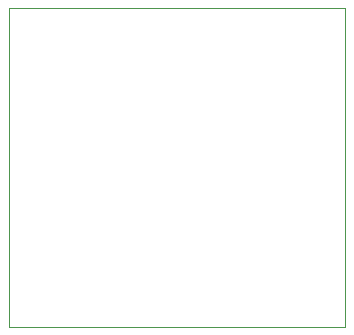
<source format=gm1>
G04 #@! TF.GenerationSoftware,KiCad,Pcbnew,8.0.7*
G04 #@! TF.CreationDate,2025-01-21T22:00:36-05:00*
G04 #@! TF.ProjectId,A-Stable,412d5374-6162-46c6-952e-6b696361645f,rev?*
G04 #@! TF.SameCoordinates,Original*
G04 #@! TF.FileFunction,Profile,NP*
%FSLAX46Y46*%
G04 Gerber Fmt 4.6, Leading zero omitted, Abs format (unit mm)*
G04 Created by KiCad (PCBNEW 8.0.7) date 2025-01-21 22:00:36*
%MOMM*%
%LPD*%
G01*
G04 APERTURE LIST*
G04 #@! TA.AperFunction,Profile*
%ADD10C,0.050000*%
G04 #@! TD*
G04 APERTURE END LIST*
D10*
X138000000Y-84000000D02*
X166500000Y-84000000D01*
X166500000Y-111000000D01*
X138000000Y-111000000D01*
X138000000Y-84000000D01*
M02*

</source>
